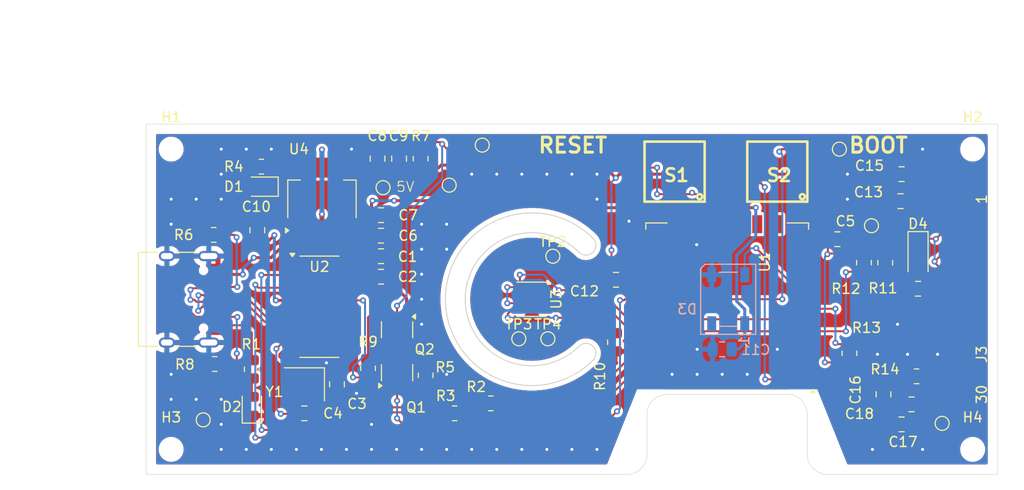
<source format=kicad_pcb>
(kicad_pcb (version 20240108) (generator "pcbnew") (generator_version "8.0")
  (layers (0 "F.Cu" signal) (31 "B.Cu" signal) (34 "B.Paste" user) (35 "F.Paste" user) (36 "B.SilkS" user "B.Silkscreen") (37 "F.SilkS" user "F.Silkscreen") (38 "B.Mask" user) (39 "F.Mask" user) (44 "Edge.Cuts" user))
  (net 0 "")
  (net 1 "GND")
  (net 2 "Net-(D2-A)")
  (net 3 "/DTR")
  (net 4 "Net-(Q2-B)")
  (net 5 "5V")
  (net 6 "/XO")
  (net 7 "/XI")
  (net 8 "3V3")
  (net 9 "Net-(U2-V3)")
  (net 10 "Net-(D1-A)")
  (net 11 "Net-(Q1-B)")
  (net 12 "/GPIO0")
  (net 13 "/nRST")
  (net 14 "/RTS")
  (net 15 "/ESP RX")
  (net 16 "Net-(U2-TXD)")
  (net 17 "/ESP TX")
  (net 18 "Net-(U2-RXD)")
  (net 24 "/BME_SD0")
  (net 29 "/I2C_SCL")
  (net 32 "/IO12")
  (net 41 "Net-(J1-CC1)")
  (net 42 "Net-(J1-CC2)")
  (net 43 "/USB_D+")
  (net 44 "/USB_D-")
  (net 48 "/I2C_SDA")
  (net 51 "Net-(D4-A)")
  (net 52 "Net-(J3-Pin_27)")
  (net 53 "Net-(J3-Pin_28)")
  (net 54 "Net-(J3-Pin_3)")
  (net 55 "Net-(J3-Pin_29)")
  (net 56 "Net-(J3-Pin_5)")
  (net 57 "Net-(J3-Pin_4)")
  (net 58 "Net-(J3-Pin_2)")
  (net 59 "Net-(J3-Pin_26)")
  (footprint "Capacitor_SMD:C_0805_2012Metric" (layer "F.Cu") (at 161.8 124.9)
    (property "Reference" "C4")
    (property "Value" "22pF" (hide yes))
  )
  (footprint "PTS645SM43SMTR92LFS:PTS645_SMT_" (layer "F.Cu") (at 209 100.75 180)
    (property "Reference" "S2")
    (property "Value" "PTS645SM43SMTR92LFS" (hide yes))
  )
  (footprint "TestPoint:TestPoint_Pad_D1.0mm" (layer "F.Cu") (at 169.65 102.35)
    (property "Reference" "TP1" (hide yes))
    (property "Value" "5V" (hide yes))
  )
  (footprint "Package_TO_SOT_SMD:SOT-23-3" (layer "F.Cu") (at 171.05 120.8375 90)
    (property "Reference" "Q1")
    (property "Value" "S8050" (hide yes))
  )
  (footprint "Resistor_SMD:R_0805_2012Metric" (layer "F.Cu") (at 176.8 124.9)
    (property "Reference" "R3")
    (property "Value" "470R" (hide yes))
  )
  (footprint "Resistor_SMD:R_0805_2012Metric" (layer "F.Cu") (at 219.775 109.85 90)
    (property "Reference" "R11")
    (property "Value" "1k" (hide yes))
  )
  (footprint "Resistor_SMD:R_0805_2012Metric" (layer "F.Cu") (at 217.65 109.84 -90)
    (property "Reference" "R12")
    (property "Value" "10k" (hide yes))
  )
  (footprint "TestPoint:TestPoint_Pad_D1.0mm" (layer "F.Cu") (at 225.45 125.9)
    (property "Reference" "TP10" (hide yes))
    (property "Value" "GND" (hide yes))
  )
  (footprint "MountingHole:MountingHole_2.2mm_M2" (layer "F.Cu") (at 228.5 98.5)
    (property "Reference" "H2")
    (property "Value" "MountingHole")
  )
  (footprint "TestPoint:TestPoint_Pad_D1.0mm" (layer "F.Cu") (at 151.7 125.55)
    (property "Reference" "TP9" (hide yes))
    (property "Value" "GND" (hide yes))
  )
  (footprint "Capacitor_SMD:C_0805_2012Metric" (layer "F.Cu") (at 165.05 122 -90)
    (property "Reference" "C3")
    (property "Value" "22pF" (hide yes))
  )
  (footprint "Resistor_SMD:R_0805_2012Metric" (layer "F.Cu") (at 192.8 117.8 -90)
    (property "Reference" "R10")
    (property "Value" "1k" (hide yes))
  )
  (footprint "MountingHole:MountingHole_2.2mm_M2" (layer "F.Cu") (at 148.5 128.5)
    (property "Reference" "H3")
    (property "Value" "MountingHole")
  )
  (footprint "Package_TO_SOT_SMD:SOT-223-3_TabPin2" (layer "F.Cu") (at 163.55 103.5 90)
    (property "Reference" "U4")
    (property "Value" "AMS1117-3.3" (hide yes))
  )
  (footprint "Package_TO_SOT_SMD:SOT-23-3" (layer "F.Cu") (at 171.05 116.5375 -90)
    (property "Reference" "Q2")
    (property "Value" "S8050" (hide yes))
  )
  (footprint "TestPoint:TestPoint_Pad_D1.0mm" (layer "F.Cu") (at 186.6 109.2)
    (property "Reference" "TP2")
    (property "Value" "3V3_BME")
  )
  (footprint "TestPoint:TestPoint_Pad_D1.0mm" (layer "F.Cu") (at 218.4 106.15)
    (property "Reference" "TP8" (hide yes))
    (property "Value" "3V3_OLED" (hide yes))
  )
  (footprint "LED_SMD:LED_0805_2012Metric" (layer "F.Cu") (at 157.5 102.25 180)
    (property "Reference" "D1")
    (property "Value" "LED" (hide yes))
  )
  (footprint "Capacitor_SMD:C_0805_2012Metric" (layer "F.Cu") (at 169.45 107.15)
    (property "Reference" "C6")
    (property "Value" "100nF" (hide yes))
  )
  (footprint "Capacitor_SMD:C_0805_2012Metric" (layer "F.Cu") (at 169.45 111.25)
    (property "Reference" "C2")
    (property "Value" "10uF" (hide yes))
  )
  (footprint "Capacitor_SMD:C_0805_2012Metric" (layer "F.Cu") (at 222.4 124 180)
    (property "Reference" "C18")
    (property "Value" "100nF" (hide yes))
  )
  (footprint "Resistor_SMD:R_0805_2012Metric" (layer "F.Cu") (at 173.9 121.1 90)
    (property "Reference" "R5")
    (property "Value" "12k" (hide yes))
  )
  (footprint "Resistor_SMD:R_0805_2012Metric" (layer "F.Cu") (at 152.85 119.97 180)
    (property "Reference" "R8")
    (property "Value" "5k1" (hide yes))
  )
  (footprint "Capacitor_SMD:C_0805_2012Metric" (layer "F.Cu") (at 215 107.5)
    (property "Reference" "C5")
    (property "Value" "100nF" (hide yes))
  )
  (footprint "TestPoint:TestPoint_Pad_D1.0mm" (layer "F.Cu") (at 176.25 102.1)
    (property "Reference" "TP7" (hide yes))
    (property "Value" "3V3_LDO" (hide yes))
  )
  (footprint "Capacitor_SMD:C_0805_2012Metric" (layer "F.Cu") (at 171.25 99.45 90)
    (property "Reference" "C9")
    (property "Value" "10uF" (hide yes))
  )
  (footprint "TestPoint:TestPoint_Pad_D1.0mm" (layer "F.Cu") (at 183.2 117.45)
    (property "Reference" "TP3")
    (property "Value" "SDA")
  )
  (footprint "Resistor_SMD:R_0805_2012Metric" (layer "F.Cu") (at 222.9 121.2)
    (property "Reference" "R14")
    (property "Value" "390K" (hide yes))
  )
  (footprint "Resistor_SMD:R_0805_2012Metric" (layer "F.Cu") (at 180.4 123.9)
    (property "Reference" "R2")
    (property "Value" "470R" (hide yes))
  )
  (footprint "RF_Module:ESP-12E" (layer "F.Cu") (at 204 118 180)
    (property "Reference" "U1")
    (property "Value" "ESP-12F")
  )
  (footprint "Capacitor_SMD:C_0805_2012Metric" (layer "F.Cu") (at 169.45 109.2)
    (property "Reference" "C1")
    (property "Value" "100nF" (hide yes))
  )
  (footprint "Capacitor_SMD:C_0805_2012Metric" (layer "F.Cu") (at 223.05 112.45 180)
    (property "Reference" "C14" (hide yes))
    (property "Value" "10uF" (hide yes))
  )
  (footprint "SSD1306:SSD1306_ribbon" (layer "F.Cu") (at 227.4 113.5 -90)
    (property "Reference" "J3")
    (property "Value" "Conn_01x30_Pin" (hide yes))
  )
  (footprint "MountingHole:MountingHole_2.2mm_M2" (layer "F.Cu") (at 228.5 128.5)
    (property "Reference" "H4")
    (property "Value" "MountingHole")
  )
  (footprint "LED_SMD:LED_0805_2012Metric" (layer "F.Cu") (at 156.55 124.1875 90)
    (property "Reference" "D2")
    (property "Value" "LED GREEN" (hide yes))
  )
  (footprint "Resistor_SMD:R_0805_2012Metric" (layer "F.Cu") (at 152.75 107.07 180)
    (property "Reference" "R6")
    (property "Value" "5k1" (hide yes))
  )
  (footprint "Capacitor_SMD:C_0805_2012Metric" (layer "F.Cu") (at 192.9 111.55)
    (property "Reference" "C12")
    (property "Value" "100nF" (hide yes))
  )
  (footprint "Capacitor_SMD:C_0805_2012Metric" (layer "F.Cu") (at 157.1 106.6 90)
    (property "Reference" "C10")
    (property "Value" "100nF" (hide yes))
  )
  (footprint "Capacitor_SMD:C_0805_2012Metric" (layer "F.Cu") (at 169.45 105.1)
    (property "Reference" "C7")
    (property "Value" "10uF" (hide yes))
  )
  (footprint "TestPoint:TestPoint_Pad_D1.0mm" (layer "F.Cu") (at 215.2 98.5)
    (property "Reference" "TP5" (hide yes))
    (property "Value" "IO0" (hide yes))
  )
  (footprint "Package_SO:SOIC-16_3.9x9.9mm_P1.27mm" (layer "F.Cu") (at 163.3 114.25)
    (property "Reference" "U2")
    (property "Value" "CH340G" (hide yes))
  )
  (footprint "Resistor_SMD:R_0805_2012Metric" (layer "F.Cu") (at 216.2 118.9 -90)
    (property "Reference" "R13")
    (property "Value" "10k" (hide yes))
  )
  (footprint "MountingHole:MountingHole_2.2mm_M2" (layer "F.Cu") (at 148.5 98.5)
    (property "Reference" "H1")
    (property "Value" "MountingHole")
  )
  (footprint "Crystal:Crystal_SMD_3225-4Pin_3.2x2.5mm" (layer "F.Cu") (at 161.8 122 180)
    (property "Reference" "Y1")
    (property "Value" "Crystal_GND24_Small" (hide yes))
  )
  (footprint "Package_LGA:Bosch_LGA-8_3x3mm_P0.8mm_ClockwisePinNumbering" (layer "F.Cu") (at 184.5 113.5 -90)
    (property "Reference" "U3")
    (property "Value" "BME680")
  )
  (footprint "Capacitor_SMD:C_0805_2012Metric" (layer "F.Cu") (at 169.1 99.45 90)
    (property "Reference" "C8")
    (property "Value" "100nF" (hide yes))
  )
  (footprint "Resistor_SMD:R_0805_2012Metric" (layer "F.Cu") (at 168.15 120.4 -90)
    (property "Reference" "R9")
    (property "Value" "12k" (hide yes))
  )
  (footprint "Capacitor_SMD:C_0805_2012Metric" (layer "F.Cu") (at 221.4 126 180)
    (property "Reference" "C17")
    (property "Value" "2uF" (hide yes))
  )
  (footprint "Connector_USB:USB_C_Receptacle_HRO_TYPE-C-31-M-12" (layer "F.Cu") (at 149.125 113.505 -90)
    (property "Reference" "J1" (hide yes))
    (property "Value" "USB_C_Receptacle_USB2.0_16P" (hide yes))
  )
  (footprint "Diode_SMD:D_SOD-123" (layer "F.Cu") (at 223.05 109.1 -90)
    (property "Reference" "D4")
    (property "Value" "1N4148W" (hide yes))
  )
  (footprint "Capacitor_SMD:C_0805_2012Metric" (layer "F.Cu") (at 219.6 123 -90)
    (property "Reference" "C16")
    (property "Value" "1uF" (hide yes))
  )
  (footprint "Resistor_SMD:R_0805_2012Metric" (layer "F.Cu") (at 173.4 99.45 -90)
    (property "Reference" "R7")
    (property "Value" "10k" (hide yes))
  )
  (footprint "TestPoint:TestPoint_Pad_D1.0mm" (layer "F.Cu") (at 186.1 117.45)
    (property "Reference" "TP4")
    (property "Value" "SCL")
  )
  (footprint "Capacitor_SMD:C_0805_2012Metric" (layer "F.Cu") (at 221.3 103.7 180)
    (property "Reference" "C13")
    (property "Value" "1uF" (hide yes))
  )
  (footprint "Resistor_SMD:R_0805_2012Metric" (layer "F.Cu") (at 157.5 100.25 180)
    (property "Reference" "R4")
    (property "Value" "1k" (hide yes))
  )
  (footprint "TestPoint:TestPoint_Pad_D1.0mm" (layer "F.Cu") (at 179.55 98.1)
    (property "Reference" "TP6" (hide yes))
    (property "Value" "nRST" (hide yes))
  )
  (footprint "Capacitor_SMD:C_0805_2012Metric" (layer "F.Cu") (at 221.4 101 180)
    (property "Reference" "C15")
    (property "Value" "1uF" (hide yes))
  )
  (footprint "Resistor_SMD:R_0805_2012Metric" (layer "F.Cu") (at 156.55 120.5 -90)
    (property "Reference" "R1")
    (property "Value" "220R" (hide yes))
  )
  (footprint "PTS645SM43SMTR92LFS:PTS645_SMT_" (layer "F.Cu") (at 198.75 100.75 180)
    (property "Reference" "S1")
    (property "Value" "PTS645SM43SMTR92LFS" (hide yes))
  )
  (footprint "Capacitor_SMD:C_0805_2012Metric" (layer "B.Cu") (at 203.5 118.5)
    (property "Reference" "C11")
    (property "Value" "100nF" (hide yes))
  )
  (footprint "LED_SMD:LED_WS2812B_PLCC4_5.0x5.0mm_P3.2mm" (layer "B.Cu") (at 204.1 113.5 90)
    (property "Reference" "D3")
    (property "Value" "WS2812B" (hide yes))
  )
  (gr_arc (start 190.599999 107.400001) (mid 190.599999 108.800001) (end 189.199999 108.800001) (stroke (width 0.1)) (layer "Edge.Cuts"))
  (gr_arc (start 190.599999 119.599999) (mid 175.873299 113.5) (end 190.599999 107.400001) (stroke (width 0.1)) (layer "Edge.Cuts"))
  (gr_line (start 196 125) (end 196 129) (stroke (width 0.05)) (layer "Edge.Cuts"))
  (gr_line (start 231 96) (end 231 131) (stroke (width 0.05)) (layer "Edge.Cuts"))
  (gr_arc (start 189.199999 118.199999) (mid 177.853198 113.5) (end 189.199999 108.800001) (stroke (width 0.1)) (layer "Edge.Cuts"))
  (gr_arc (start 210 123) (mid 211.414214 123.585786) (end 212 125) (stroke (width 0.05)) (layer "Edge.Cuts"))
  (gr_line (start 210 123) (end 198 123) (stroke (width 0.05)) (layer "Edge.Cuts"))
  (gr_arc (start 196 129) (mid 195.414214 130.414214) (end 194 131) (stroke (width 0.05)) (layer "Edge.Cuts"))
  (gr_line (start 194 131) (end 146 131) (stroke (width 0.05)) (layer "Edge.Cuts"))
  (gr_line (start 212 129) (end 212 125) (stroke (width 0.05)) (layer "Edge.Cuts"))
  (gr_line (start 146 96) (end 231 96) (stroke (width 0.05)) (layer "Edge.Cuts"))
  (gr_arc (start 214 131) (mid 212.585786 130.414214) (end 212 129) (stroke (width 0.05)) (layer "Edge.Cuts"))
  (gr_arc (start 189.199999 118.199999) (mid 190.599999 118.199999) (end 190.599999 119.599999) (stroke (width 0.1)) (layer "Edge.Cuts"))
  (gr_arc (start 196 125) (mid 196.585786 123.585786) (end 198 123) (stroke (width 0.05)) (layer "Edge.Cuts"))
  (gr_line (start 146 131) (end 146 96) (stroke (width 0.05)) (layer "Edge.Cuts"))
  (gr_line (start 231 131) (end 214 131) (stroke (width 0.05)) (layer "Edge.Cuts"))
  (gr_text "5V" (at 170.9 102.85 0) (layer "F.SilkS") (effects (font (size 1 1) (thickness 0.1)) (justify left bottom)))
  (gr_text "RESET" (at 185 99 0) (layer "F.SilkS") (effects (font (size 1.5 1.5) (thickness 0.3) (bold yes)) (justify left bottom)))
  (gr_text "BOOT" (at 216 99 0) (layer "F.SilkS") (effects (font (size 1.5 1.5) (thickness 0.3) (bold yes)) (justify left bottom)))
  (via (at 158.5 98.5) (size 0.6) (drill 0.3) (layers "F.Cu" "B.Cu") (net 1))
  (via (at 200.95 108.05) (size 0.6) (drill 0.3) (layers "F.Cu" "B.Cu") (net 1))
  (via (at 176 121) (size 0.6) (drill 0.3) (layers "F.Cu" "B.Cu") (net 1))
  (via (at 178.5 128.5) (size 0.6) (drill 0.3) (layers "F.Cu" "B.Cu") (net 1))
  (via (at 173.5 113.5) (size 0.6) (drill 0.3) (layers "F.Cu" "B.Cu") (net 1))
  (via (at 148.5 121) (size 0.6) (drill 0.3) (layers "F.Cu" "B.Cu") (net 1))
  (via (at 181 101) (size 0.6) (drill 0.3) (layers "F.Cu" "B.Cu") (net 1))
  (via (at 206 121) (size 0.6) (drill 0.3) (layers "F.Cu" "B.Cu") (net 1))
  (via (at 168.5 128.5) (size 0.6) (drill 0.3) (layers "F.Cu" "B.Cu") (net 1))
  (via (at 167 122.9) (size 0.6) (drill 0.3) (layers "F.Cu" "B.Cu") (net 1))
  (via (at 186 101) (size 0.6) (drill 0.3) (layers "F.Cu" "B.Cu") (net 1))
  (via (at 221 116) (size 0.6) (drill 0.3) (layers "F.Cu" "B.Cu") (net 1))
  (via (at 148.5 106) (size 0.6) (drill 0.3) (layers "F.Cu" "B.Cu") (net 1))
  (via (at 198.5 121) (size 0.6) (drill 0.3) (layers "F.Cu" "B.Cu") (net 1))
  (via (at 176 128.5) (size 0.6) (drill 0.3) (layers "F.Cu" "B.Cu") (net 1))
  (via (at 201 121) (size 0.6) (drill 0.3) (layers "F.Cu" "B.Cu") (net 1))
  (via (at 191 128.5) (size 0.6) (drill 0.3) (layers "F.Cu" "B.Cu") (net 1))
  (via (at 153.5 128.5) (size 0.6) (drill 0.3) (layers "F.Cu" "B.Cu") (net 1))
  (via (at 148.5 103.5) (size 0.6) (drill 0.3) (layers "F.Cu" "B.Cu") (net 1))
  (via (at 171 128.5) (size 0.6) (drill 0.3) (layers "F.Cu" "B.Cu") (net 1))
  (via (at 151 103.5) (size 0.6) (drill 0.3) (layers "F.Cu" "B.Cu") (net 1))
  (via (at 222 119) (size 0.6) (drill 0.3) (layers "F.Cu" "B.Cu") (net 1))
  (via (at 203.5 121) (size 0.6) (drill 0.3) (layers "F.Cu" "B.Cu") (net 1))
  (via (at 223.5 98.5) (size 0.6) (drill 0.3) (layers "F.Cu" "B.Cu") (net 1))
  (via (at 209 118.5) (size 0.6) (drill 0.3) (layers "F.Cu" "B.Cu") (net 1))
  (via (at 223.5 128.5) (size 0.6) (drill 0.3) (layers "F.Cu" "B.Cu") (net 1))
  (via (at 191 103.5) (size 0.6) (drill 0.3) (layers "F.Cu" "B.Cu") (net 1))
  (via (at 153.5 103.5) (size 0.6) (drill 0.3) (layers "F.Cu" "B.Cu") (net 1))
  (via (at 218.5 128.5) (size 0.6) (drill 0.3) (layers "F.Cu" "B.Cu") (net 1))
  (via (at 153.5 126) (size 0.6) (drill 0.3) (layers "F.Cu" "B.Cu") (net 1))
  (via (at 176 108.5) (size 0.6) (drill 0.3) (layers "F.Cu" "B.Cu") (net 1))
  (via (at 219 119) (size 0.6) (drill 0.3) (layers "F.Cu" "B.Cu") (net 1))
  (via (at 201 118.5) (size 0.6) (drill 0.3) (layers "F.Cu" "B.Cu") (net 1))
  (via (at 216 103.5) (size 0.6) (drill 0.3) (layers "F.Cu" "B.Cu") (net 1))
  (via (at 166 128.5) (size 0.6) (drill 0.3) (layers "F.Cu" "B.Cu") (net 1))
  (via (at 161 128.5) (size 0.6) (drill 0.3) (layers "F.Cu" "B.Cu") (net 1))
  (via (at 168.5 126) (size 0.6) (drill 0.3) (layers "F.Cu" "B.Cu") (net 1))
  (via (at 163.5 128.5) (size 0.6) (drill 0.3) (layers "F.Cu" "B.Cu") (net 1))
  (via (at 176 106) (size 0.6) (drill 0.3) (layers "F.Cu" "B.Cu") (net 1))
  (via (at 164 119.85) (size 0.6) (drill 0.3) (layers "F.Cu" "B.Cu") (net 1))
  (via (at 156 128.5) (size 0.6) (drill 0.3) (layers "F.Cu" "B.Cu") (net 1))
  (via (at 183.5 101) (size 0.6) (drill 0.3) (layers "F.Cu" "B.Cu") (net 1))
  (via (at 173.5 116) (size 0.6) (drill 0.3) (layers "F.Cu" "B.Cu") (net 1))
  (via (at 216 101) (size 0.6) (drill 0.3) (layers "F.Cu" "B.Cu") (net 1))
  (via (at 173.5 128.5) (size 0.6) (drill 0.3) (layers "F.Cu" "B.Cu") (net 1))
  (via (at 181 128.5) (size 0.6) (drill 0.3) (layers "F.Cu" "B.Cu") (net 1))
  (via (at 153.5 123.5) (size 0.6) (drill 0.3) (layers "F.Cu" "B.Cu") (net 1))
  (via (at 151 123.5) (size 0.6) (drill 0.3) (layers "F.Cu" "B.Cu") (net 1))
  (via (at 188.5 101) (size 0.6) (drill 0.3) (layers "F.Cu" "B.Cu") (net 1))
  (via (at 186 128.5) (size 0.6) (drill 0.3) (layers "F.Cu" "B.Cu") (net 1))
  (via (at 225 119) (size 0.6) (drill 0.3) (layers "F.Cu" "B.Cu") (net 1))
  (via (at 173.5 108.5) (size 0.6) (drill 0.3) (layers "F.Cu" "B.Cu") (net 1))
  (via (at 153.5 98.5) (size 0.6) (drill 0.3) (layers "F.Cu" "B.Cu") (net 1))
  (via (at 153.5 101) (size 0.6) (drill 0.3) (layers "F.Cu" "B.Cu") (net 1))
  (via (at 194.2 105.7) (size 0.6) (drill 0.3) (layers "F.Cu" "B.Cu") (net 1))
  (via (at 148.5 123.5) (size 0.6) (drill 0.3) (layers "F.Cu" "B.Cu") (net 1))
  (via (at 173.5 111) (size 0.6) (drill 0.3) (layers "F.Cu" "B.Cu") (net 1))
  (via (at 191 101) (size 0.6) (drill 0.3) (layers "F.Cu" "B.Cu") (net 1))
  (via (at 188.5 128.5) (size 0.6) (drill 0.3) (layers "F.Cu" "B.Cu") (net 1))
  (via (at 178.5 101) (size 0.6) (drill 0.3) (layers "F.Cu" "B.Cu") (net 1))
  (via (at 156 98.5) (size 0.6) (drill 0.3) (layers "F.Cu" "B.Cu") (net 1))
  (via (at 158.5 128.5) (size 0.6) (drill 0.3) (layers "F.Cu" "B.Cu") (net 1))
  (via (at 173.5 106) (size 0.6) (drill 0.3) (layers "F.Cu" "B.Cu") (net 1))
  (via (at 183.5 128.5) (size 0.6) (drill 0.3) (layers "F.Cu" "B.Cu") (net 1))
  (via (at 166.5 98.5) (size 0.6) (drill 0.3) (layers "F.Cu" "B.Cu") (net 1))
  (segment (start 156.55 121.4125) (end 156.55 123.25) (width 0.2) (layer "F.Cu") (net 2))
  (segment (start 168.15 122.85) (end 168.15 121.3125) (width 0.2) (layer "F.Cu") (net 3))
  (segment (start 170.1 123.2) (end 170 123.3) (width 0.2) (layer "F.Cu") (net 3))
  (segment (start 168.6 123.3) (end 168.15 122.85) (width 0.2) (layer "F.Cu") (net 3))
  (segment (start 165.775 113.615) (end 166.120552 113.615) (width 0.2) (layer "F.Cu") (net 3))
  (segment (start 166.6625 121.3125) (end 166.65 121.3) (width 0.2) (layer "F.Cu") (net 3))
  (segment (start 167.65 113.615) (end 165.775 113.615) (width 0.2) (layer "F.Cu") (net 3))
  (segment (start 166.65 121.3) (end 166.725 121.375) (width 0.3) (layer "F.Cu") (net 3))
  (segment (start 165.775 113.615) (end 165.91 113.75) (width 0.2) (layer "F.Cu") (net 3))
  (segment (start 170 123.3) (end 168.6 123.3) (width 0.2) (layer "F.Cu") (net 3))
  (segment (start 168.15 121.3125) (end 166.6625 121.3125) (width 0.2) (layer "F.Cu") (net 3))
  (segment (start 170.1 121.975) (end 170.1 123.2) (width 0.2) (layer "F.Cu") (net 3))
  (via (at 166.65 121.3) (size 0.6) (drill 0.3) (layers "F.Cu" "B.Cu") (net 3))
  (via (at 167.65 113.615) (size 0.6) (drill 0.3) (layers "F.Cu" "B.Cu") (net 3))
  (segment (start 167.85 113.815) (end 167.65 113.615) (width 0.2) (layer "B.Cu") (net 3))
  (segment (start 166.65 121.3) (end 166.65 120.25) (width 0.2) (layer "B.Cu") (net 3))
  (segment (start 166.65 120.25) (end 167.85 119.05) (width 0.2) (layer "B.Cu") (net 3))
  (segment (start 167.85 119.05) (end 167.85 113.815) (width 0.2) (layer "B.Cu") (net 3))
  (segment (start 169.2 114.25) (end 168.15 115.3) (width 0.2) (layer "F.Cu") (net 4))
  (segment (start 170.1 114.5) (end 169.85 114.25) (width 0.2) (layer "F.Cu") (net 4))
  (segment (start 168.15 115.3) (end 168.15 119.4875) (width 0.2) (layer "F.Cu") (net 4))
  (segment (start 170.1 115.4) (end 170.1 114.5) (width 0.2) (layer "F.Cu") (net 4))
  (segment (start 169.85 114.25) (end 169.2 114.25) (width 0.2) (layer "F.Cu") (net 4))
  (segment (start 155.8 116.1) (end 153.8 116.1) (width 0.2) (layer "F.Cu") (net 5))
  (segment (start 189.35 104.35) (end 206.85 104.35) (width 0.3) (layer "F.Cu") (net 5))
  (segment (start 150.425 111.36) (end 149.55 112.235) (width 0.3) (layer "F.Cu") (net 5))
  (segment (start 156.55 119.5875) (end 156.55 116.85) (width 0.2) (layer "F.Cu") (net 5))
  (segment (start 153.12 111.005) (end 152.218883 111.005) (width 0.3) (layer "F.Cu") (net 5))
  (segment (start 167.345 109.805) (end 165.775 109.805) (width 0.3) (layer "F.Cu") (net 5))
  (segment (start 152.218883 111.005) (end 151.863883 111.36) (width 0.3) (layer "F.Cu") (net 5))
  (segment (start 151.863883 111.36) (end 150.425 111.36) (width 0.3) (layer "F.Cu") (net 5))
  (segment (start 168.475 111.275) (end 168.5 111.25) (width 0.5) (layer "F.Cu") (net 5))
  (segment (start 166.65 106.65) (end 167.15 107.15) (width 0.3) (layer "F.Cu") (net 5))
  (segment (start 153.17 111.055) (end 153.12 111.005) (width 0.3) (layer "F.Cu") (net 5))
  (segment (start 167.345 109.395) (end 167.345 109.805) (width 0.3) (layer "F.Cu") (net 5))
  (segment (start 166.45 108.5) (end 167.345 109.395) (width 0.3) (layer "F.Cu") (net 5))
  (segment (start 156.75 109.35) (end 158.45 109.35) (width 0.3) (layer "F.Cu") (net 5))
  (segment (start 167.15 107.15) (end 168.5 107.15) (width 0.3) (layer "F.Cu") (net 5))
  (segment (start 168.5 103.75) (end 168.5 105.1) (width 0.3) (layer "F.Cu") (net 5))
  (segment (start 159.3 108.5) (end 166.45 108.5) (width 0.3) (layer "F.Cu") (net 5))
  (segment (start 168.5 105.1) (end 168.5 109.2) (width 0.3) (layer "F.Cu") (net 5))
  (segment (start 167.345 109.395) (end 167.54 109.2) (width 0.3) (layer "F.Cu") (net 5))
  (segment (start 165.85 106.65) (end 166.65 106.65) (width 0.3) (layer "F.Cu") (net 5))
  (segment (start 152.225 115.955) (end 153.17 115.955) (width 0.3) (layer "F.Cu") (net 5))
  (segment (start 168.5 111.25) (end 168.5 109.2) (width 0.3) (layer "F.Cu") (net 5))
  (segment (start 168.6 103.65) (end 168.5 103.75) (width 0.2) (layer "F.Cu") (net 5))
  (segment (start 177.35 103.65) (end 178 103) (width 0.3) (layer "F.Cu") (net 5))
  (segment (start 168.5 105.1) (end 168.2 105.1) (width 0.3) (layer "F.Cu") (net 5))
  (segment (start 170.75 103.65) (end 177.35 103.65) (width 0.3) (layer "F.Cu") (net 5))
  (segment (start 188 103) (end 189.35 104.35) (width 0.3) (layer "F.Cu") (net 5))
  (segment (start 149.55 113.924239) (end 150.930761 115.305) (width 0.3) (layer "F.Cu") (net 5))
  (segment (start 152.845 111.005) (end 152.795 110.955) (width 0.2) (layer "F.Cu") (net 5))
  (segment (start 150.930761 115.305) (end 151.575 115.305) (width 0.3) (layer "F.Cu") (net 5))
  (segment (start 158.45 109.35) (end 159.3 108.5) (width 0.3) (layer "F.Cu") (net 5))
  (segment (start 167.54 109.2) (end 168.5 109.2) (width 0.3) (layer "F.Cu") (net 5))
  (segment (start 151.575 115.305) (end 152.225 115.955) (width 0.3) (layer "F.Cu") (net 5))
  (segment (start 149.55 112.235) (end 149.55 113.924239) (width 0.3) (layer "F.Cu") (net 5))
  (segment (start 156.55 116.85) (end 155.8 116.1) (width 0.2) (layer "F.Cu") (net 5))
  (segment (start 155.65 111.02) (end 153.52 111.02) (width 0.3) (layer "F.Cu") (net 5))
  (segment (start 178 103) (end 188 103) (width 0.3) (layer "F.Cu") (net 5))
  (via (at 156.75 109.35) (size 0.6) (drill 0.3) (layers "F.Cu" "B.Cu") (net 5))
  (via (at 155.65 111.02) (size 0.6) (drill 0.3) (layers "F.Cu" "B.Cu") (net 5))
  (via (at 170.75 103.65) (size 0.6) (drill 0.3) (layers "F.Cu" "B.Cu") (net 5))
  (via (at 206.85 104.35) (size 0.6) (drill 0.3) (layers "F.Cu" "B.Cu") (net 5))
  (via (at 168.6 103.65) (size 0.6) (drill 0.3) (layers "F.Cu" "B.Cu") (net 5))
  (segment (start 155.65 110.45) (end 156.75 109.35) (width 0.3) (layer "B.Cu") (net 5))
  (segment (start 205.75 114.5) (end 205.75 115.95) (width 0.3) (layer "B.Cu") (net 5))
  (segment (start 204.95 109.1) (end 204.95 113.7) (width 0.3) (layer "B.Cu") (net 5))
  (segment (start 206.85 104.35) (end 206.85 107.2) (width 0.3) (layer "B.Cu") (net 5))
  (segment (start 206.85 107.2) (end 204.95 109.1) (width 0.3) (layer "B.Cu") (net 5))
  (segment (start 205.75 115.95) (end 205.75 117.85) (width 0.3) (layer "B.Cu") (net 5))
  (segment (start 205.1 118.5) (end 204.45 118.5) (width 0.3) (layer "B.Cu") (net 5))
  (segment (start 168.6 103.65) (end 170.75 103.65) (width 0.3) (layer "B.Cu") (net 5))
  (segment (start 205.75 117.85) (end 205.1 118.5) (width 0.3) (layer "B.Cu") (net 5))
  (segment (start 155.65 111.02) (end 155.65 110.45) (width 0.3) (layer "B.Cu") (net 5))
  (segment (start 204.95 113.7) (end 205.75 114.5) (width 0.3) (layer "B.Cu") (net 5))
  (segment (start 162.9 120.45) (end 162.45 120) (width 0.2) (layer "F.Cu") (net 6))
  (segment (start 159.3 119) (end 159.605 118.695) (width 0.2) (layer "F.Cu") (net 6))
  (segment (start 159.605 118.695) (end 160.825 118.695) (width 0.2) (layer "F.Cu") (net 6))
  (segment (start 162.45 120) (end 160.05 120) (width 0.2) (layer "F.Cu") (net 6))
  (segment (start 160.05 120) (end 159.3 119.25) (width 0.2) (layer "F.Cu") (net 6))
  (segment (start 163 121.05) (end 162.9 121.15) (width 0.2) (layer "F.Cu") (net 6))
  (segment (start 162.9 121.15) (end 162.9 120.45) (width 0.2) (layer "F.Cu") (net 6))
  (segment (start 159.3 119.25) (end 159.3 119) (width 0.2) (layer "F.Cu") (net 6))
  (segment (start 165.05 121.05) (end 163 121.05) (width 0.2) (layer "F.Cu") (net 6))
  (segment (start 160.02647 117.425) (end 160.825 117.425) (width 0.2) (layer "F.Cu") (net 7))
  (segment (start 160.8 124.95) (end 160.85 124.9) (width 0.2) (layer "F.Cu") (net 7))
  (segment (start 159.45 124.95) (end 160.8 124.95) (width 0.2) (layer "F.Cu") (net 7))
  (segment (start 159.000735 118.450735) (end 160.02647 117.425) (width 0.2) (layer "F.Cu") (net 7))
  (segment (start 160.85 124.9) (end 160.85 123) (width 0.2) (layer "F.Cu") (net 7))
  (segment (start 160.85 123) (end 160.7 122.85) (width 0.2) (layer "F.Cu") (net 7))
  (via (at 159.45 124.95) (size 0.6) (drill 0.3) (layers "F.Cu" "B.Cu") (net 7))
  (via (at 159.000735 118.450735) (size 0.6) (drill 0.3) (layers "F.Cu" "B.Cu") (net 7))
  (segment (start 159.45 124.95) (end 159.000735 124.500735) (width 0.2) (layer "B.Cu") (net 7))
  (segment (start 159.000735 124.500735) (end 159.000735 118.450735) (width 0.2) (layer "B.Cu") (net 7))
  (segment (start 191.6 100.1) (end 175.45 100.1) (width 0.3) (layer "F.Cu") (net 8))
  (segment (start 182.05 112.3) (end 183.3125 112.3) (width 0.2) (layer "F.Cu") (net 8))
  (segment (start 192.45 108.6) (end 192.45 111.05) (width 0.2) (layer "F.Cu") (net 8))
  (segment (start 214.55 102.1) (end 214.55 105.5) (width 0.3) (layer "F.Cu") (net 8))
  (segment (start 213.7625 119.8125) (end 216.2 119.8125) (width 0.2) (layer "F.Cu") (net 8))
  (segment (start 158.4125 100.25) (end 163.45 100.25) (width 0.2) (layer "F.Cu") (net 8))
  (segment (start 214.05 108.95) (end 214.05 107.5) (width 0.2) (layer "F.Cu") (net 8))
  (segment (start 214.0725 108.9275) (end 214 109) (width 0.2) (layer "F.Cu") (net 8))
  (segment (start 183.3125 112.3) (end 183.3125 111.0625) (width 0.2) (layer "F.Cu") (net 8))
  (segment (start 187.2 112.6) (end 186.7 113.1) (width 0.2) (layer "F.Cu") (net 8))
  (segment (start 225.475 108.95) (end 227.4 108.95) (width 0.2) (layer "F.Cu") (net 8))
  (segment (start 217.65 108.9275) (end 214.0725 108.9275) (width 0.2) (layer "F.Cu") (net 8))
  (segment (start 190.9 112.6) (end 187.2 112.6) (width 0.2) (layer "F.Cu") (net 8))
  (segment (start 219.775 107.875) (end 219.775 108.9375) (width 0.2) (layer "F.Cu") (net 8))
  (segment (start 214.55 105.5) (end 214.05 106) (width 0.3) (layer "F.Cu") (net 8))
  (segment (start 224.825 107.475) (end 224.85 107.45) (width 0.2) (layer "F.Cu") (net 8))
  (segment (start 213.45 101) (end 214.55 102.1) (width 0.3) (layer "F.Cu") (net 8))
  (segment (start 192.45 111.05) (end 190.9 112.6) (width 0.2) (layer "F.Cu") (net 8))
  (segment (start 192.875 101.375) (end 193.25 101) (width 0.3) (layer "F.Cu") (net 8))
  (segment (start 214.05 107.5) (end 211.6 107.5) (width 0.2) (layer "F.Cu") (net 8))
  (segment (start 219.775 108.9375) (end 217.66 108.9375) (width 0.2) (layer "F.Cu") (net 8))
  (segment (start 224.7 109.725) (end 225.475 108.95) (width 0.2) (layer "F.Cu") (net 8))
  (segment (start 193.25 101) (end 213.45 101) (width 0.3) (layer "F.Cu") (net 8))
  (segment (start 217.66 108.9375) (end 217.65 108.9275) (width 0.2) (layer "F.Cu") (net 8))
  (segment (start 192.875 101.375) (end 191.6 100.1) (width 0.3) (layer "F.Cu") (net 8))
  (segment (start 214 109) (end 214.05 108.95) (width 0.2) (layer "F.Cu") (net 8))
  (segment (start 224.7 109.725) (end 224.7 109.825) (width 0.2) (layer "F.Cu") (net 8))
  (segment (start 225.45 106.85) (end 224.85 107.45) (width 0.2) (layer "F.Cu") (net 8))
  (segment (start 186.7 113.1) (end 185.6875 113.1) (width 0.2) (layer "F.Cu") (net 8))
  (segment (start 175.45 100.1) (end 175.2 100.35) (width 0.3) (layer "F.Cu") (net 8))
  (segment (start 183.3125 111.0625) (end 183.3 111.05) (width 0.2) (layer "F.Cu") (net 8))
  (segment (start 220.2 107.45) (end 219.775 107.875) (width 0.2) (layer "F.Cu") (net 8))
  (segment (start 224.7 109.825) (end 225.225 110.35) (width 0.2) (layer "F.Cu") (net 8))
  (segment (start 175.2 100.35) (end 163.55 100.35) (width 0.3) (layer "F.Cu") (net 8))
  (segment (start 163.55 98.55) (end 163.55 100.35) (width 0.5) (layer "F.Cu") (net 8))
  (segment (start 163.45 100.25) (end 163.55 100.35) (width 0.2) (layer "F.Cu") (net 8))
  (segment (start 213.75 119.8) (end 213.7625 119.8125) (width 0.2) (layer "F.Cu") (net 8))
  (segment (start 223.05 107.45) (end 220.2 107.45) (width 0.2) (layer "F.Cu") (net 8))
  (segment (start 214.05 106) (end 214.05 107.5) (width 0.3) (layer "F.Cu") (net 8))
  (segment (start 225.225 110.35) (end 227.4 110.35) (width 0.2) (layer "F.Cu") (net 8))
  (segment (start 163.55 106.65) (end 163.55 105) (width 0.5) (layer "F.Cu") (net 8))
  (segment (start 227.4 106.85) (end 225.45 106.85) (width 0.2) (layer "F.Cu") (net 8))
  (segment (start 183.3125 113.9) (end 182.05 113.9) (width 0.2) (layer "F.Cu") (net 8))
  (segment (start 224.85 107.45) (end 223.05 107.45) (width 0.2) (layer "F.Cu") (net 8))
  (segment (start 219.765 108.9275) (end 219.775 108.9375) (width 0.2) (layer "F.Cu") (net 8))
  (via (at 187.2 112.6) (size 0.6) (drill 0.3) (layers "F.Cu" "B.Cu") (net 8))
  (via (at 213.75 119.8) (size 0.6) (drill 0.3) (layers "F.Cu" "B.Cu") (net 8))
  (via (at 183.3 111.05) (size 0.6) (drill 0.3) (layers "F.Cu" "B.Cu") (net 8))
  (via (at 163.55 105) (size 0.6) (drill 0.3) (layers "F.Cu" "B.Cu") (net 8))
  (via (at 192.875 101.375) (size 0.6) (drill 0.3) (layers "F.Cu" "B.Cu") (net 8))
  (via (at 192.45 108.6) (size 0.6) (drill 0.3) (layers "F.Cu" "B.Cu") (net 8))
  (via (at 182.05 113.9) (size 0.6) (drill 0.3) (layers "F.Cu" "B.Cu") (net 8))
  (via (at 163.55 98.55) (size 0.6) (drill 0.3) (layers "F.Cu" "B.Cu") (net 8))
  (via (at 182.05 112.3) (size 0.6) (drill 0.3) (layers "F.Cu" "B.Cu") (net 8))
  (via (at 224.7 109.725) (size 0.6) (drill 0.3) (layers "F.Cu" "B.Cu") (net 8))
  (via (at 214 109) (size 0.6) (drill 0.3) (layers "F.Cu" "B.Cu") (net 8))
  (via (at 224.825 107.475) (size 0.6) (drill 0.3) (layers "F.Cu" "B.Cu") (net 8))
  (segment (start 192.875 101.375) (end 192.425 101.825) (width 0.2) (layer "B.Cu") (net 8))
  (segment (start 185.65 111.05) (end 187.2 112.6) (width 0.2) (layer "B.Cu") (net 8))
  (segment (start 192.425 101.825) (end 192.425 103.325) (width 0.2) (layer "B.Cu") (net 8))
  (segment (start 163.55 105) (end 163.55 98.55) (width 0.5) (layer "B.Cu") (net 8))
  (segment (start 183.3 111.05) (end 185.65 111.05) (width 0.2) (layer "B.Cu") (net 8))
  (segment (start 224.7 109.725) (end 224.7 107.6) (width 0.2) (layer "B.Cu") (net 8))
  (segment (start 182.05 113.9) (end 182.05 112.3) (width 0.2) (layer "B.Cu") (net 8))
  (segment (start 213.75 119.8) (end 213.75 109.25) (width 0.2) (layer "B.Cu") (net 8))
  (segment (start 192.45 103.35) (end 192.45 108.6) (width 0.2) (layer "B.Cu") (net 8))
  (segment (start 213.75 109.25) (end 214 109) (width 0.2) (layer "B.Cu") (net 8))
  (segment (start 192.425 103.325) (end 192.45 103.35) (width 0.2) (layer "B.Cu") (net 8))
  (segment (start 224.7 107.6) (end 224.825 107.475) (width 0.2) (layer "B.Cu") (net 8))
  (segment (start 158.35 107.55) (end 157.1 107.55) (width 0.3) (layer "F.Cu") (net 9))
  (segment (start 158.95 113.615) (end 160.825 113.615) (width 0.3) (layer "F.Cu") (net 9))
  (segment (start 158.8 107.1) (end 158.35 107.55) (width 0.3) (layer "F.Cu") (net 9))
  (via (at 158.8 107.1) (size 0.6) (drill 0.3) (layers "F.Cu" "B.Cu") (net 9))
  (via (at 158.95 113.615) (size 0.6) (drill 0.3) (layers "F.Cu" "B.Cu") (net 9))
  (segment (start 158.8 113.465) (end 158.95 113.615) (width 0.3) (layer "B.Cu") (net 9))
  (segment (start 158.8 107.1) (end 158.8 113.465) (width 0.3) (layer "B.Cu") (net 9))
  (segment (start 156.5625 102.25) (end 156.5625 100.275) (width 0.2) (layer "F.Cu") (net 10))
  (segment (start 172.3 123.5) (end 172 123.2) (width 0.2) (layer "F.Cu") (net 11))
  (segment (start 172 123.2) (end 172 121.975) (width 0.2) (layer "F.Cu") (net 11))
  (segment (start 172.65 123.5) (end 172.3 123.5) (width 0.2) (layer "F.Cu") (net 11))
  (segment (start 173.9 122.0125) (end 173.9 122.25) (width 0.2) (layer "F.Cu") (net 11))
  (segment (start 173.9 122.25) (end 172.65 123.5) (width 0.2) (layer "F.Cu") (net 11))
  (segment (start 193.8 113.5) (end 196.4 113.5) (width 0.2) (layer "F.Cu") (net 12))
  (segment (start 171.65 126) (end 171.05 125.4) (width 0.2) (layer "F.Cu") (net 12))
  (segment (start 193.3 113.6) (end 193.7 113.6) (width 0.2) (layer "F.Cu") (net 12))
  (segment (start 171.05 119.7) (end 171.05 123.65) (width 0.2) (layer "F.Cu") (net 12))
  (segment (start 193 124.7) (end 191.7 126) (width 0.2) (layer "F.Cu") (net 12))
  (segment (start 191.7 126) (end 171.65 126) (width 0.2) (layer "F.Cu") (net 12))
  (segment (start 209.2 98.75) (end 209.45 98.5) (width 0.2) (layer "F.Cu") (net 12))
  (segment (start 209.45 98.5) (end 212.975 98.5) (width 0.2) (layer "F.Cu") (net 12))
  (segment (start 193.7 113.6) (end 193.8 113.5) (width 0.2) (layer "F.Cu") (net 12))
  (segment (start 209.5 113.5) (end 196.4 113.5) (width 0.2) (layer "F.Cu") (net 12))
  (via (at 209.2 98.75) (size 0.6) (drill 0.3) (layers "F.Cu" "B.Cu") (net 12))
  (via (at 193.3 113.6) (size 0.6) (drill 0.3) (layers "F.Cu" "B.Cu") (net 12))
  (via (at 171.05 125.4) (size 0.6) (drill 0.3) (layers "F.Cu" "B.Cu") (net 12))
  (via (at 209.5 113.5) (size 0.6) (drill 0.3) (layers "F.Cu" "B.Cu") (net 12))
  (via (at 193 124.7) (size 0.6) (drill 0.3) (layers "F.Cu" "B.Cu") (net 12))
  (via (at 171.05 123.65) (size 0.6) (drill 0.3) (layers "F.Cu" "B.Cu") (net 12))
  (segment (start 209.5 99.05) (end 209.2 98.75) (width 0.2) (layer "B.Cu") (net 12))
  (segment (start 209.5 113.5) (end 209.5 99.05) (width 0.2) (layer "B.Cu") (net 12))
  (segment (start 193.3 113.6) (end 193.3 124.4) (width 0.2) (layer "B.Cu") (net 12))
  (segment (start 171.05 125.4) (end 171.05 123.65) (width 0.2) (layer "B.Cu") (net 12))
  (segment (start 193.3 124.4) (end 193 124.7) (width 0.2) (layer "B.Cu") (net 12))
  (segment (start 200.35 103) (end 200.5 102.85) (width 0.2) (layer "F.Cu") (net 13))
  (segment (start 192.85 100.35) (end 191.95 99.45) (width 0.2) (layer "F.Cu") (net 13))
  (segment (start 173.625 97.8) (end 173.4 98.025) (width 0.2) (layer "F.Cu") (net 13))
  (segment (start 177 99.45) (end 175.55 98) (width 0.2) (layer "F.Cu") (net 13))
  (segment (start 202.8 101.8) (end 202.725 101.875) (width 0.2) (layer "F.Cu") (net 13))
  (segment (start 200.65 103) (end 202.725 103) (width 0.2) (layer "F.Cu") (net 13))
  (segment (start 197 103) (end 200.35 103) (width 0.2) (layer "F.Cu") (net 13))
  (segment (start 207.25 101.8) (end 202.8 101.8) (width 0.2) (layer "F.Cu") (net 13))
  (segment (start 191.95 99.45) (end 177 99.45) (width 0.2) (layer "F.Cu") (net 13))
  (segment (start 173.4 98.025) (end 173.4 98.5375) (width 0.2) (layer "F.Cu") (net 13))
  (segment (start 202.725 101.875) (end 202.725 103) (width 0.2) (layer "F.Cu") (net 13))
  (segment (start 207.75 102.3) (end 207.25 101.8) (width 0.2) (layer "F.Cu") (net 13))
  (segment (start 171.05 117.675) (end 171.05 114.15) (width 0.2) (layer "F.Cu") (net 13))
  (segment (start 175.35 97.8) (end 173.625 97.8) (width 0.2) (layer "F.Cu") (net 13))
  (segment (start 175.55 98) (end 175.35 97.8) (width 0.2) (layer "F.Cu") (net 13))
  (segment (start 200.5 102.85) (end 200.65 103) (width 0.2) (layer "F.Cu") (net 13))
  (segment (start 207.8 121.5) (end 211.6 121.5) (width 0.2) (layer "F.Cu") (net 13))
  (segment (start 197 100.35) (end 192.85 100.35) (width 0.2) (layer "F.Cu") (net 13))
  (via (at 200.5 102.85) (size 0.6) (drill 0.3) (layers "F.Cu" "B.Cu") (net 13))
  (via (at 175.55 98) (size 0.6) (drill 0.3) (layers "F.Cu" "B.Cu") (net 13))
  (via (at 207.8 121.5) (size 0.6) (drill 0.3) (layers "F.Cu" "B.Cu") (net 13))
  (via (at 197 103) (size 0.6) (drill 0.3) (layers "F.Cu" "B.Cu") (net 13))
  (via (at 207.75 102.3) (size 0.6) (drill 0.3) (layers "F.Cu" "B.Cu") (net 13))
  (via (at 197 100.35) (size 0.6) (drill 0.3) (layers "F.Cu" "B.Cu") (net 13))
  (via (at 171.05 114.15) (size 0.6) (drill 0.3) (layers "F.Cu" "B.Cu") (net 13))
  (segment (start 207.75 102.3) (end 207.75 121.45) (width 0.2) (layer "B.Cu") (net 13))
  (segment (start 172 113.2) (end 171.05 114.15) (width 0.2) (layer "B.Cu") (net 13))
  (segment (start 197 100.35) (end 197 103) (width 0.2) (layer "B.Cu") (net 13))
  (segment (start 200.45 102.8) (end 200.5 102.85) (width 0.2) (layer "B.Cu") (net 13))
  (segment (start 172 105.025) (end 172 113.2) (width 0.2) (layer "B.Cu") (net 13))
  (segment (start 175.55 101.475) (end 172 105.025) (width 0.2) (layer "B.Cu") (net 13))
  (segment (start 175.55 98) (end 175.55 101.475) (width 0.2) (layer "B.Cu") (net 13))
  (segment (start 207.75 121.45) (end 207.8 121.5) (width 0.2) (layer "B.Cu") (net 13))
  (segment (start 167.85 112.8) (end 171.4 112.8) (width 0.3) (layer "F.Cu") (net 14))
  (segment (start 167.4 112.35) (end 167.85 112.8) (width 0.3) (layer "F.Cu") (net 14))
  (segment (start 172 116.8) (end 172 115.4) (width 0.3) (layer "F.Cu") (net 14))
  (segment (start 165.775 112.345) (end 165.78 112.35) (width 0.3) (layer "F.Cu") (net 14))
  (segment (start 172 113.4) (end 172 115.4) (width 0.3) (layer "F.Cu") (net 14))
  (segment (start 173.9 120.1875) (end 173.9 118.7) (width 0.3) (layer "F.Cu") (net 14))
  (segment (start 165.78 112.35) (end 167.4 112.35) (width 0.3) (layer "F.Cu") (net 14))
  (segment (start 171.4 112.8) (end 172 113.4) (width 0.3) (layer "F.Cu") (net 14))
  (segment (start 173.9 118.7) (end 172 116.8) (width 0.3) (layer "F.Cu") (net 14))
  (segment (start 194.1 119.5) (end 196.4 119.5) (width 0.2) (layer "F.Cu") (net 15))
  (segment (start 181.3625 123.95) (end 189.65 123.95) (width 0.2) (layer "F.Cu") (net 15))
  (segment (start 189.65 123.95) (end 194.1 119.5) (width 0.2) (layer "F.Cu") (net 15))
  (segment (start 181.3125 123.9) (end 181.3625 123.95) (width 0.2) (layer "F.Cu") (net 15))
  (segment (start 157.5 111.075) (end 160.825 111.075) (width 0.2) (layer "F.Cu") (net 16))
  (segment (start 163.695756 126.554244) (end 165.95 124.3) (width 0.2) (layer "F.Cu") (net 16))
  (segment (start 174.35 123.9) (end 179.4875 123.9) (width 0.2) (layer "F.Cu") (net 16))
  (segment (start 165.95 124.3) (end 173.95 124.3) (width 0.2) (layer "F.Cu") (net 16))
  (segment (start 173.95 124.3) (end 174.35 123.9) (width 0.2) (layer "F.Cu") (net 16))
  (segment (start 157.53232 126.554244) (end 163.695756 126.554244) (width 0.2) (layer "F.Cu") (net 16))
  (via (at 157.53232 126.554244) (size 0.6) (drill 0.3) (layers "F.Cu" "B.Cu") (net 16))
  (via (at 157.5 111.075) (size 0.6) (drill 0.3) (layers "F.Cu" "B.Cu") (net 16))
  (segment (start 157.5 126.521924) (end 157.53232 126.554244) (width 0.2) (layer "B.Cu") (net 16))
  (segment (start 157.5 111.075) (end 157.5 126.521924) (width 0.2) (layer "B.Cu") (net 16))
  (segment (start 193.95 121.5) (end 196.4 121.5) (width 0.2) (layer "F.Cu") (net 17))
  (segment (start 177.7125 124.9) (end 177.8125 125) (width 0.2) (layer "F.Cu") (net 17))
  (segment (start 177.8125 125) (end 190.45 125) (width 0.2) (layer "F.Cu") (net 17))
  (segment (start 190.45 125) (end 193.95 121.5) (width 0.2) (layer "F.Cu") (net 17))
  (segment (start 166.75 124.8) (end 175.7875 124.8) (width 0.2) (layer "F.Cu") (net 18))
  (segment (start 156.9 112.05) (end 157.2 112.35) (width 0.2) (layer "F.Cu") (net 18))
  (segment (start 157.2 112.35) (end 160.82 112.35) (width 0.2) (layer "F.Cu") (net 18))
  (segment (start 164.225 127.325) (end 166.75 124.8) (width 0.2) (layer "F.Cu") (net 18))
  (segment (start 160.82 112.35) (end 160.825 112.345) (width 0.2) (layer "F.Cu") (net 18))
  (segment (start 156.9 127.325) (end 164.225 127.325) (width 0.2) (layer "F.Cu") (net 18))
  (segment (start 175.7875 124.8) (end 175.8875 124.9) (width 0.2) (layer "F.Cu") (net 18))
  (via (at 156.9 112.05) (size 0.6) (drill 0.3) (layers "F.Cu" "B.Cu") (net 18))
  (via (at 156.9 127.325) (size 0.6) (drill 0.3) (layers "F.Cu" "B.Cu") (net 18))
  (segment (start 156.9 127.325) (end 156.9 112.05) (width 0.2) (layer "B.Cu") (net 18))
  (segment (start 182.1 115.35) (end 182.1 114.95) (width 0.2) (layer "F.Cu") (net 24))
  (segment (start 192.8 116.1) (end 192.05 115.35) (width 0.2) (layer "F.Cu") (net 24))
  (segment (start 192.05 115.35) (end 186.9 115.35) (width 0.2) (layer "F.Cu") (net 24))
  (segment (start 192.8 116.8875) (end 192.8 116.1) (width 0.2) (layer "F.Cu") (net 24))
  (segment (start 182.35 114.7) (end 183.3125 114.7) (width 0.2) (layer "F.Cu") (net 24))
  (segment (start 182.1 114.95) (end 182.35 114.7) (width 0.2) (layer "F.Cu") (net 24))
  (via (at 186.9 115.35) (size 0.6) (drill 0.3) (layers "F.Cu" "B.Cu") (net 24))
  (via (at 182.1 115.35) (size 0.6) (drill 0.3) (layers "F.Cu" "B.Cu") (net 24))
  (segment (start 186.9 115.35) (end 182.1 115.35) (width 0.2) (layer "B.Cu") (net 24))
  (segment (start 215.8975 110.7525) (end 217.6025 110.7525) (width 0.2) (layer "F.Cu") (net 29))
  (segment (start 192.4 114.7) (end 195.2 117.5) (width 0.2) (layer "F.Cu") (net 29))
  (segment (start 199.0625 117.5) (end 196.4 117.5) (width 0.2) (layer "F.Cu") (net 29))
  (segment (start 217.65 112.85) (end 220.05 115.25) (width 0.2) (layer "F.Cu") (net 29))
  (segment (start 195.2 117.5) (end 196.4 117.5) (width 0.2) (layer "F.Cu") (net 29))
  (segment (start 185.6875 114.7) (end 192.4 114.7) (width 0.2) (layer "F.Cu") (net 29))
  (segment (start 215.85 116.7) (end 199.8625 116.7) (width 0.2) (layer "F.Cu") (net 29))
  (segment (start 220.05 115.25) (end 227.4 115.25) (width 0.2) (layer "F.Cu") (net 29))
  (segment (start 217.65 112.85) (end 217.65 110.7525) (width 0.2) (layer "F.Cu") (net 29))
  (segment (start 199.8625 116.7) (end 199.0625 117.5) (width 0.2) (layer "F.Cu") (net 29))
  (segment (start 215.85 110.8) (end 215.8975 110.7525) (width 0.2) (layer "F.Cu") (net 29))
  (via (at 215.85 116.7) (size 0.6) (drill 0.3) (layers "F.Cu" "B.Cu") (net 29))
  (via (at 215.85 110.8) (size 0.6) (drill 0.3) (layers "F.Cu" "B.Cu") (net 29))
  (segment (start 215.85 110.8) (end 215.85 116.7) (width 0.2) (layer "B.Cu") (net 29))
  (segment (start 210 111.5) (end 206.9 108.4) (width 0.2) (layer "F.Cu") (net 32))
  (segment (start 211.6 111.5) (end 210 111.5) (width 0.2) (layer "F.Cu") (net 32))
  (via (at 206.9 108.4) (size 0.6) (drill 0.3) (layers "F.Cu" "B.Cu") (net 32))
  (segment (start 205.75 109.05) (end 205.75 111.05) (width 0.2) (layer "B.Cu") (net 32))
  (segment (start 206.4 108.4) (end 205.75 109.05) (width 0.2) (layer "B.Cu") (net 32))
  (segment (start 206.9 108.4) (end 206.4 108.4) (width 0.2) (layer "B.Cu") (net 32))
  (segment (start 154.78314 107.07) (end 153.6625 107.07) (width 0.2) (layer "F.Cu") (net 41))
  (segment (start 155.027009 107.313869) (end 154.78314 107.07) (width 0.2) (layer "F.Cu") (net 41))
  (segment (start 154.95 112.27) (end 153.47 112.27) (width 0.2) (layer "F.Cu") (net 41))
  (via (at 155.1 112.27) (size 0.6) (drill 0.3) (layers "F.Cu" "B.Cu") (net 41))
  (via (at 155.027009 107.313869) (size 0.6) (drill 0.3) (layers "F.Cu" "B.Cu") (net 41))
  (segment (start 155.05 112.17) (end 155.05 107.33686) (width 0.2) (layer "B.Cu") (net 41))
  (segment (start 155.05 107.33686) (end 155.027009 107.313869) (width 0.2) (layer "B.Cu") (net 41))
  (segment (start 154.95 112.27) (end 155.05 112.17) (width 0.2) (layer "B.Cu") (net 41))
  (segment (start 153.185 115.27) (end 153.47 115.27) (width 0.2) (layer "F.Cu") (net 42))
  (segment (start 153.17 115.255) (end 153.185 115.27) (width 0.2) (layer "F.Cu") (net 42))
  (segment (start 154.955 115.255) (end 153.17 115.255) (width 0.2) (layer "F.Cu") (net 42))
  (segment (start 155 115.3) (end 154.955 115.255) (width 0.2) (layer "F.Cu") (net 42))
  (segment (start 155.05 118.92) (end 155.05 119.62) (width 0.2) (layer "F.Cu") (net 42))
  (segment (start 154.65 120.02) (end 153.7625 120.02) (width 0.2) (layer "F.Cu") (net 42))
  (segment (start 155.05 119.62) (end 154.65 120.02) (width 0.2) (layer "F.Cu") (net 42))
  (via (at 155.05 118.92) (size 0.6) (drill 0.3) (layers "F.Cu" "B.Cu") (net 42))
  (via (at 155.1 115.275) (size 0.6) (drill 0.3) (layers "F.Cu" "B.Cu") (net 42))
  (segment (start 155 115.3) (end 155.05 115.35) (width 0.2) (layer "B.Cu") (net 42))
  (segment (start 155.05 115.35) (end 155.05 118.92) (width 0.2) (layer "B.Cu") (net 42))
  (segment (start 160.71 115) (end 160.825 114.885) (width 0.2) (layer "F.Cu") (net 43))
  (segment (start 151.727843 113.075) (end 151.907843 113.255) (width 0.2) (layer "F.Cu") (net 43))
  (segment (start 159.165 114.885) (end 160.825 114.885) (width 0.2) (layer "F.Cu") (net 43))
  (segment (start 151.2 114.655) (end 151.6 114.255) (width 0.2) (layer "F.Cu") (net 43))
  (segment (start 157.9882 115.27) (end 158.78 115.27) (width 0.2) (layer "F.Cu") (net 43))
  (segment (start 155.9732 113.255) (end 157.9882 115.27) (width 0.2) (layer "F.Cu") (net 43))
  (segment (start 151.225 113.105) (end 151.255 113.075) (width 0.2) (layer "F.Cu") (net 43))
  (segment (start 151.6 114.255) (end 152.795 114.255) (width 0.2) (layer "F.Cu") (net 43))
  (segment (start 151.255 113.075) (end 151.727843 113.075) (width 0.2) (layer "F.Cu") (net 43))
  (segment (start 158.78 115.27) (end 159.165 114.885) (width 0.2) (layer "F.Cu") (net 43))
  (segment (start 151.907843 113.255) (end 152.795 113.255) (width 0.2) (layer "F.Cu") (net 43))
  (segment (start 153.17 113.255) (end 155.9732 113.255) (width 0.2) (layer "F.Cu") (net 43))
  (via (at 151.225 113.105) (size 0.6) (drill 0.3) (layers "F.Cu" "B.Cu") (net 43))
  (via (at 151.2 114.655) (size 0.6) (drill 0.3) (layers "F.Cu" "B.Cu") (net 43))
  (segment (start 151.2 114.655) (end 151.225 114.63) (width 0.2) (layer "B.Cu") (net 43))
  (segment (start 151.225 114.63) (end 151.225 113.105) (width 0.2) (layer "B.Cu") (net 43))
  (segment (start 150.424265 113.554265) (end 150.825736 113.554265) (width 0.2) (layer "F.Cu") (net 44))
  (segment (start 159.362499 116.155) (end 160.825 116.155) (width 0.2) (layer "F.Cu") (net 44))
  (segment (start 151.973529 112.755) (end 151.623529 112.405) (width 0.2) (layer "F.Cu") (net 44))
  (segment (start 150.825736 113.554265) (end 151.026471 113.755) (width 0.2) (layer "F.Cu") (net 44))
  (segment (start 155.8368 113.755) (end 157.8268 115.745) (width 0.2) (layer "F.Cu") (net 44))
  (segment (start 158.952499 115.745) (end 159.362499 116.155) (width 0.2) (layer "F.Cu") (net 44))
  (segment (start 150.57353 112.405) (end 150.424265 112.554265) (width 0.2) (layer "F.Cu") (net 44))
  (segment (start 152.795 112.755) (end 151.973529 112.755) (width 0.2) (layer "F.Cu") (net 44))
  (segment (start 153.17 113.755) (end 155.8368 113.755) (width 0.2) (layer "F.Cu") (net 44))
  (segment (start 157.8268 115.745) (end 158.952499 115.745) (width 0.2) (layer "F.Cu") (net 44))
  (segment (start 151.026471 113.755) (end 152.795 113.755) (width 0.2) (layer "F.Cu") (net 44))
  (segment (start 151.623529 112.405) (end 150.57353 112.405) (width 0.2) (layer "F.Cu") (net 44))
  (via (at 150.424265 113.554265) (size 0.6) (drill 0.3) (layers "F.Cu" "B.Cu") (net 44))
  (via (at 150.424265 112.554265) (size 0.6) (drill 0.3) (layers "F.Cu" "B.Cu") (net 44))
  (segment (start 150.424265 113.554265) (end 150.424265 112.554265) (width 0.2) (layer "B.Cu") (net 44))
  (segment (start 224.51 116.65) (end 224.51 116.29) (width 0.2) (layer "F.Cu") (net 48))
  (segment (start 210.05 114.45) (end 209 115.5) (width 0.2) (layer "F.Cu") (net 48))
  (segment (start 209 115.5) (end 196.4 115.5) (width 0.2) (layer "F.Cu") (net 48))
  (segment (start 214.8 114.45) (end 210.05 114.45) (width 0.2) (layer "F.Cu") (net 48))
  (segment (start 214.9275 117.9875) (end 214.8 117.86) (width 0.2) (layer "F.Cu") (net 48))
  (segment (start 223.1725 117.9875) (end 216.2 117.9875) (width 0.2) (layer "F.Cu") (net 48))
  (segment (start 194.15 115.5) (end 196.4 115.5) (width 0.2) (layer "F.Cu") (net 48))
  (segment (start 224.85 115.95) (end 227.4 115.95) (width 0.2) (layer "F.Cu") (net 48))
  (segment (start 185.6875 113.9) (end 192.55 113.9) (width 0.2) (layer "F.Cu") (net 48))
  (segment (start 216.2 117.9875) (end 214.9275 117.9875) (width 0.2) (layer "F.Cu") (net 48))
  (segment (start 223.1725 117.9875) (end 224.51 116.65) (width 0.2) (layer "F.Cu") (net 48))
  (segment (start 224.51 116.65) (end 227.4 116.65) (width 0.2) (layer "F.Cu") (net 48))
  (segment (start 224.51 116.29) (end 224.85 115.95) (width 0.2) (layer "F.Cu") (net 48))
  (segment (start 192.55 113.9) (end 194.15 115.5) (width 0.2) (layer "F.Cu") (net 48))
  (via (at 214.8 114.45) (size 0.6) (drill 0.3) (layers "F.Cu" "B.Cu") (net 48))
  (via (at 214.8 117.86) (size 0.6) (drill 0.3) (layers "F.Cu" "B.Cu") (net 48))
  (segment (start 214.8 117.86) (end 214.8 114.45) (width 0.2) (layer "B.Cu") (net 48))
  (segment (start 223.0375 110.7625) (end 223.05 110.75) (width 0.2) (layer "F.Cu") (net 51))
  (segment (start 227.4 112.45) (end 224 112.45) (width 0.2) (layer "F.Cu") (net 51))
  (segment (start 224 110.95) (end 223.8 110.75) (width 0.2) (layer "F.Cu") (net 51))
  (segment (start 219.775 110.7625) (end 223.0375 110.7625) (width 0.2) (layer "F.Cu") (net 51))
  (segment (start 223.8 110.75) (end 223.05 110.75) (width 0.2) (layer "F.Cu") (net 51))
  (segment (start 224 112.45) (end 224 110.95) (width 0.2) (layer "F.Cu") (net 51))
  (segment (start 219.6 122.05) (end 219.65 122.1) (width 0.2) (layer "F.Cu") (net 52))
  (segment (start 219.6 122.05) (end 220.990256 122.05) (width 0.2) (layer "F.Cu") (net 52))
  (segment (start 220.990256 122.05) (end 221.290256 122.35) (width 0.2) (layer "F.Cu") (net 52))
  (segment (start 221.290256 122.35) (end 224.6 122.35) (width 0.2) (layer "F.Cu") (net 52))
  (segment (start 225.4 121.55) (end 227.4 121.55) (width 0.2) (layer "F.Cu") (net 52))
  (segment (start 224.6 122.35) (end 225.4 121.55) (width 0.2) (layer "F.Cu") (net 52))
  (segment (start 222.35 126) (end 223.1 126) (width 0.2) (layer "F.Cu") (net 53))
  (segment (start 223.35 125.75) (end 223.35 124) (width 0.2) (layer "F.Cu") (net 53))
  (segment (start 223.1 126) (end 223.35 125.75) (width 0.2) (layer "F.Cu") (net 53))
  (segment (start 223.35 123.2) (end 223.75 122.8) (width 0.2) (layer "F.Cu") (net 53))
  (segment (start 224.85 122.8) (end 225.4 122.25) (width 0.2) (layer "F.Cu") (net 53))
  (segment (start 225.4 122.25) (end 227.4 122.25) (width 0.2) (layer "F.Cu") (net 53))
  (segment (start 223.75 122.8) (end 224.85 122.8) (width 0.2) (layer "F.Cu") (net 53))
  (segment (start 223.35 124) (end 223.35 123.2) (width 0.2) (layer "F.Cu") (net 53))
  (segment (start 220.782843 102.382843) (end 220.45 102.05) (width 0.2) (layer "F.Cu") (net 54))
  (segment (start 227.4 104.75) (end 225.534314 104.75) (width 0.2) (layer "F.Cu") (net 54))
  (segment (start 225.534314 104.75) (end 223.167157 102.382843) (width 0.2) (layer "F.Cu") (net 54))
  (segment (start 220.45 102.05) (end 220.45 101) (width 0.2) (layer "F.Cu") (net 54))
  (segment (start 223.167157 102.382843) (end 220.782843 102.382843) (width 0.2) (layer "F.Cu") (net 54))
  (segment (start 227.4 123.65) (end 225.55 123.65) (width 0.2) (layer "F.Cu") (net 55))
  (segment (start 225.55 122.95) (end 227.4 122.95) (width 0.2) (layer "F.Cu") (net 55))
  (segment (start 225.55 123.65) (end 225.35 123.45) (width 0.2) (layer "F.Cu") (net 55))
  (segment (start 225.35 123.15) (end 225.55 122.95) (width 0.2) (layer "F.Cu") (net 55))
  (segment (start 225.35 123.45) (end 225.35 123.15) (width 0.2) (layer "F.Cu") (net 55))
  (segment (start 220.65 105.15) (end 224.284314 105.15) (width 0.2) (layer "F.Cu") (net 56))
  (segment (start 220.35 103.7) (end 220.35 104.85) (width 0.2) (layer "F.Cu") (net 56))
  (segment (start 220.35 104.85) (end 220.65 105.15) (width 0.2) (layer "F.Cu") (net 56))
  (segment (start 224.284314 105.15) (end 225.284314 106.15) (width 0.2) (layer "F.Cu") (net 56))
  (segment (start 225.284314 106.15) (end 227.4 106.15) (width 0.2) (layer "F.Cu") (net 56))
  (segment (start 225.15 105.45) (end 223.4 103.7) (width 0.2) (layer "F.Cu") (net 57))
  (segment (start 227.4 105.45) (end 225.15 105.45) (width 0.2) (layer "F.Cu") (net 57))
  (segment (start 223.4 103.7) (end 222.25 103.7) (width 0.2) (layer "F.Cu") (net 57))
  (segment (start 225.4 104.05) (end 222.35 101) (width 0.2) (layer "F.Cu") (net 58))
  (segment (start 227.4 104.05) (end 225.4 104.05) (width 0.2) (layer "F.Cu") (net 58))
  (segment (start 225.534314 120.85) (end 227.4 120.85) (width 0.2) (layer "F.Cu") (net 59))
  (segment (start 223.8125 121.2) (end 225.184314 121.2) (width 0.2) (layer "F.Cu") (net 59))
  (segment (start 225.184314 121.2) (end 225.534314 120.85) (width 0.2) (layer "F.Cu") (net 59))
  (zone (net 1) (net_name "GND") (layer "F.Cu") (connect_pads (clearance 0.3)) (min_thickness 0.25) (fill yes (thermal_gap 0.5) (thermal_bridge_width 0.5))
    (polygon (pts (xy 147 97) (xy 230 97) (xy 230 130) (xy 216 130) (xy 213 122.5) (xy 195 122.5) (xy 192 130) (xy 147 130)))
  )
  (zone (net 1) (net_name "GND") (layer "B.Cu") (priority 1) (connect_pads (clearance 0.3)) (min_thickness 0.25) (fill yes (thermal_gap 0.5) (thermal_bridge_width 0.5))
    (polygon (pts (xy 147 97) (xy 230 97) (xy 230 130) (xy 216 130) (xy 213 122.5) (xy 195 122.5) (xy 192 130) (xy 147 130)))
  )
)
</source>
